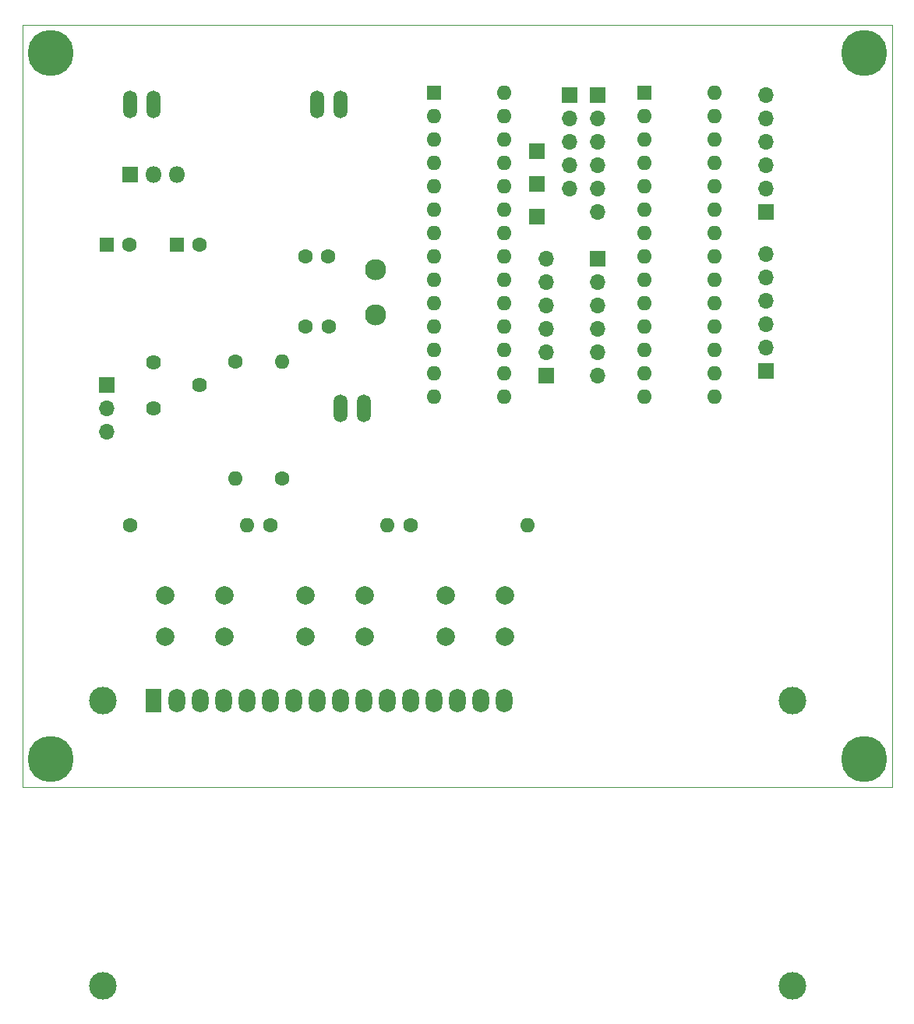
<source format=gbr>
%TF.GenerationSoftware,KiCad,Pcbnew,4.0.7*%
%TF.CreationDate,2018-06-04T18:26:45+03:00*%
%TF.ProjectId,circuit,636972637569742E6B696361645F7063,6*%
%TF.FileFunction,Soldermask,Top*%
%FSLAX46Y46*%
G04 Gerber Fmt 4.6, Leading zero omitted, Abs format (unit mm)*
G04 Created by KiCad (PCBNEW 4.0.7) date 06/04/18 18:26:45*
%MOMM*%
%LPD*%
G01*
G04 APERTURE LIST*
%ADD10C,0.100000*%
%ADD11R,1.600000X1.600000*%
%ADD12O,1.600000X1.600000*%
%ADD13R,1.700000X1.700000*%
%ADD14O,1.700000X1.700000*%
%ADD15C,1.600000*%
%ADD16R,1.800000X2.600000*%
%ADD17O,1.800000X2.600000*%
%ADD18C,3.000000*%
%ADD19O,1.510000X3.010000*%
%ADD20C,2.000000*%
%ADD21R,1.800000X1.800000*%
%ADD22O,1.800000X1.800000*%
%ADD23C,2.300000*%
%ADD24C,1.620000*%
%ADD25C,5.000000*%
G04 APERTURE END LIST*
D10*
X16256000Y-97028000D02*
X110744000Y-97028000D01*
X110744000Y-14224000D02*
X16256000Y-14224000D01*
X110744000Y-97028000D02*
X110744000Y-14224000D01*
X16256000Y-97028000D02*
X16256000Y-14224000D01*
D11*
X60960000Y-21590000D03*
D12*
X68580000Y-54610000D03*
X60960000Y-24130000D03*
X68580000Y-52070000D03*
X60960000Y-26670000D03*
X68580000Y-49530000D03*
X60960000Y-29210000D03*
X68580000Y-46990000D03*
X60960000Y-31750000D03*
X68580000Y-44450000D03*
X60960000Y-34290000D03*
X68580000Y-41910000D03*
X60960000Y-36830000D03*
X68580000Y-39370000D03*
X60960000Y-39370000D03*
X68580000Y-36830000D03*
X60960000Y-41910000D03*
X68580000Y-34290000D03*
X60960000Y-44450000D03*
X68580000Y-31750000D03*
X60960000Y-46990000D03*
X68580000Y-29210000D03*
X60960000Y-49530000D03*
X68580000Y-26670000D03*
X60960000Y-52070000D03*
X68580000Y-24130000D03*
X60960000Y-54610000D03*
X68580000Y-21590000D03*
D13*
X73152000Y-52324000D03*
D14*
X73152000Y-49784000D03*
X73152000Y-47244000D03*
X73152000Y-44704000D03*
X73152000Y-42164000D03*
X73152000Y-39624000D03*
D11*
X83820000Y-21590000D03*
D12*
X91440000Y-54610000D03*
X83820000Y-24130000D03*
X91440000Y-52070000D03*
X83820000Y-26670000D03*
X91440000Y-49530000D03*
X83820000Y-29210000D03*
X91440000Y-46990000D03*
X83820000Y-31750000D03*
X91440000Y-44450000D03*
X83820000Y-34290000D03*
X91440000Y-41910000D03*
X83820000Y-36830000D03*
X91440000Y-39370000D03*
X83820000Y-39370000D03*
X91440000Y-36830000D03*
X83820000Y-41910000D03*
X91440000Y-34290000D03*
X83820000Y-44450000D03*
X91440000Y-31750000D03*
X83820000Y-46990000D03*
X91440000Y-29210000D03*
X83820000Y-49530000D03*
X91440000Y-26670000D03*
X83820000Y-52070000D03*
X91440000Y-24130000D03*
X83820000Y-54610000D03*
X91440000Y-21590000D03*
D11*
X25400000Y-38100000D03*
D15*
X27900000Y-38100000D03*
D11*
X33020000Y-38100000D03*
D15*
X35520000Y-38100000D03*
X46990000Y-39370000D03*
X49490000Y-39370000D03*
X49530000Y-46990000D03*
X47030000Y-46990000D03*
D16*
X30480000Y-87630000D03*
D17*
X33020000Y-87630000D03*
X35560000Y-87630000D03*
X38100000Y-87630000D03*
X40640000Y-87630000D03*
X43180000Y-87630000D03*
X45720000Y-87630000D03*
X48260000Y-87630000D03*
X50800000Y-87630000D03*
X53340000Y-87630000D03*
X55880000Y-87630000D03*
X58420000Y-87630000D03*
X60960000Y-87630000D03*
X63500000Y-87630000D03*
X66040000Y-87630000D03*
X68580000Y-87630000D03*
D18*
X24980900Y-87630000D03*
X24980900Y-118630700D03*
X99979480Y-118630700D03*
X99980000Y-87630000D03*
D19*
X27940000Y-22860000D03*
X30480000Y-22860000D03*
X48260000Y-22860000D03*
X50800000Y-22860000D03*
X50800000Y-55880000D03*
X53340000Y-55880000D03*
D15*
X44450000Y-63500000D03*
D12*
X44450000Y-50800000D03*
D15*
X39370000Y-50800000D03*
D12*
X39370000Y-63500000D03*
D15*
X27940000Y-68580000D03*
D12*
X40640000Y-68580000D03*
D15*
X43180000Y-68580000D03*
D12*
X55880000Y-68580000D03*
D15*
X58420000Y-68580000D03*
D12*
X71120000Y-68580000D03*
D20*
X31750000Y-80700000D03*
X31750000Y-76200000D03*
X38250000Y-80700000D03*
X38250000Y-76200000D03*
X46990000Y-80700000D03*
X46990000Y-76200000D03*
X53490000Y-80700000D03*
X53490000Y-76200000D03*
X62230000Y-80700000D03*
X62230000Y-76200000D03*
X68730000Y-80700000D03*
X68730000Y-76200000D03*
D21*
X27940000Y-30480000D03*
D22*
X30480000Y-30480000D03*
X33020000Y-30480000D03*
D23*
X54610000Y-45720000D03*
X54610000Y-40820000D03*
D24*
X30480000Y-50880000D03*
X35480000Y-53380000D03*
X30480000Y-55880000D03*
D25*
X19304000Y-17272000D03*
X107696000Y-17272000D03*
X19304000Y-93980000D03*
X107696000Y-93980000D03*
D13*
X75692000Y-21844000D03*
D14*
X75692000Y-24384000D03*
X75692000Y-26924000D03*
X75692000Y-29464000D03*
X75692000Y-32004000D03*
D13*
X25400000Y-53340000D03*
D14*
X25400000Y-55880000D03*
X25400000Y-58420000D03*
D13*
X78740000Y-21844000D03*
D14*
X78740000Y-24384000D03*
X78740000Y-26924000D03*
X78740000Y-29464000D03*
X78740000Y-32004000D03*
X78740000Y-34544000D03*
D13*
X78740000Y-39624000D03*
D14*
X78740000Y-42164000D03*
X78740000Y-44704000D03*
X78740000Y-47244000D03*
X78740000Y-49784000D03*
X78740000Y-52324000D03*
D13*
X97028000Y-51816000D03*
D14*
X97028000Y-49276000D03*
X97028000Y-46736000D03*
X97028000Y-44196000D03*
X97028000Y-41656000D03*
X97028000Y-39116000D03*
D13*
X97028000Y-34544000D03*
D14*
X97028000Y-32004000D03*
X97028000Y-29464000D03*
X97028000Y-26924000D03*
X97028000Y-24384000D03*
X97028000Y-21844000D03*
D13*
X72136000Y-35052000D03*
X72136000Y-31496000D03*
X72136000Y-27940000D03*
M02*

</source>
